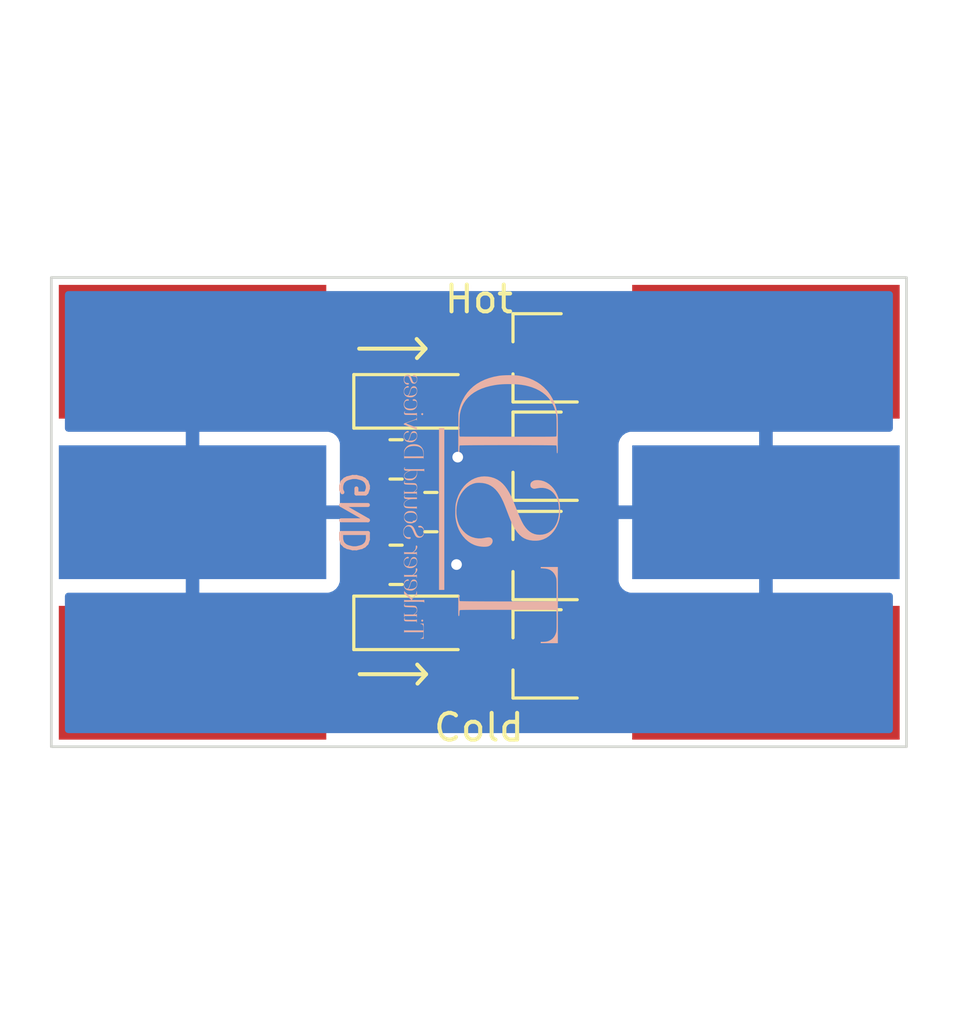
<source format=kicad_pcb>
(kicad_pcb (version 20211014) (generator pcbnew)
  (layers (0 "F.Cu" signal) (31 "B.Cu" signal) (34 "B.Paste" user) (35 "F.Paste" user) (36 "B.SilkS" user "B.Silkscreen") (37 "F.SilkS" user "F.Silkscreen") (38 "B.Mask" user) (39 "F.Mask" user) (44 "Edge.Cuts" user))
  (net 0 "")
  (net 1 "Net-(D1-Pad1)")
  (net 2 "GND")
  (net 3 "Net-(D2-Pad1)")
  (net 4 "Net-(J2-Pad2)")
  (net 5 "Net-(J2-Pad3)")
  (net 6 "Net-(Q1-Pad1)")
  (footprint "Resistor_SMD:R_0805_2012Metric" (layer "F.Cu") (at 133.99 106.09)
    (fp_text reference "56" hide)
    (fp_text value "56")
    (pad "1" smd roundrect locked (at -0.9125 0) (size 1.025 1.4) (layers "F.Cu" "F.Paste" "F.Mask") (roundrect_rratio 0.243902) (net 2 "GND"))
    (pad "2" smd roundrect locked (at 0.9125 0) (size 1.025 1.4) (layers "F.Cu" "F.Paste" "F.Mask") (roundrect_rratio 0.243902) (net 6 "Net-(Q1-Pad1)"))
  )
  (footprint "Resistor_SMD:R_0805_2012Metric" (layer "F.Cu") (at 132.688252 104.12)
    (fp_text reference "22K" hide)
    (fp_text value "22k")
    (pad "1" smd roundrect locked (at -0.9125 0) (size 1.025 1.4) (layers "F.Cu" "F.Paste" "F.Mask") (roundrect_rratio 0.243902) (net 1 "Net-(D1-Pad1)"))
    (pad "2" smd roundrect locked (at 0.9125 0) (size 1.025 1.4) (layers "F.Cu" "F.Paste" "F.Mask") (roundrect_rratio 0.243902) (net 2 "GND"))
  )
  (footprint "Package_TO_SOT_SMD:SC-59" (layer "F.Cu") (at 138.01 104 180)
    (fp_text reference "Q1" hide)
    (fp_text value "Q_NJFET_SDG")
    (pad "1" smd rect locked (at -1.2 -0.95 180) (size 0.9 0.8) (layers "F.Cu" "F.Paste" "F.Mask") (net 6 "Net-(Q1-Pad1)"))
    (pad "2" smd rect locked (at -1.2 0.95 180) (size 0.9 0.8) (layers "F.Cu" "F.Paste" "F.Mask") (net 4 "Net-(J2-Pad2)"))
    (pad "3" smd rect locked (at 1.2 0 180) (size 0.9 0.8) (layers "F.Cu" "F.Paste" "F.Mask") (net 1 "Net-(D1-Pad1)"))
  )
  (footprint "Package_TO_SOT_SMD:SC-59" (layer "F.Cu") (at 138.01 100.323334 180)
    (fp_text reference "Q3" hide)
    (fp_text value "Q_NJFET_SDG")
    (pad "1" smd rect locked (at -1.2 -0.95 180) (size 0.9 0.8) (layers "F.Cu" "F.Paste" "F.Mask") (net 6 "Net-(Q1-Pad1)"))
    (pad "2" smd rect locked (at -1.2 0.95 180) (size 0.9 0.8) (layers "F.Cu" "F.Paste" "F.Mask") (net 4 "Net-(J2-Pad2)"))
    (pad "3" smd rect locked (at 1.2 0 180) (size 0.9 0.8) (layers "F.Cu" "F.Paste" "F.Mask") (net 1 "Net-(D1-Pad1)"))
  )
  (footprint "Connector_Wire:SolderWirePad_1x01_SMD_5x10mm" (layer "F.Cu") (at 146.514844 112.095001 90)
    (fp_text reference "REF**" hide)
    (fp_text value "SolderWirePad_1x01_SMD_5x10mm")
    (pad "1" smd rect locked (at 0 0 90) (size 5 10) (layers "F.Cu" "F.Paste" "F.Mask") (net 5 "Net-(J2-Pad3)"))
  )
  (footprint "Resistor_SMD:R_0805_2012Metric" (layer "F.Cu") (at 132.688252 108.06 180)
    (fp_text reference "22K" hide)
    (fp_text value "22k")
    (pad "1" smd roundrect locked (at -0.9125 0 180) (size 1.025 1.4) (layers "F.Cu" "F.Paste" "F.Mask") (roundrect_rratio 0.243902) (net 2 "GND"))
    (pad "2" smd roundrect locked (at 0.9125 0 180) (size 1.025 1.4) (layers "F.Cu" "F.Paste" "F.Mask") (roundrect_rratio 0.243902) (net 3 "Net-(D2-Pad1)"))
  )
  (footprint "Connector_Wire:SolderWirePad_1x01_SMD_5x10mm" (layer "F.Cu") (at 125.08 100.095001 90)
    (fp_text reference "Hot" (at 1.965001 10.705 180) (layer "F.SilkS"))
    (fp_text value "SolderWirePad_1x01_SMD_5x10mm")
    (pad "1" smd rect locked (at 0 0 90) (size 5 10) (layers "F.Cu" "F.Paste" "F.Mask") (net 1 "Net-(D1-Pad1)"))
  )
  (footprint "Diode_SMD:D_SOD-123" (layer "F.Cu") (at 133.358252 110.23)
    (fp_text reference "D2" hide)
    (fp_text value "1N4148W")
    (pad "1" smd rect locked (at -1.65 0) (size 0.9 1.2) (layers "F.Cu" "F.Paste" "F.Mask") (net 3 "Net-(D2-Pad1)"))
    (pad "2" smd rect locked (at 1.65 0) (size 0.9 1.2) (layers "F.Cu" "F.Paste" "F.Mask") (net 2 "GND"))
  )
  (footprint "Connector_Wire:SolderWirePad_1x01_SMD_5x10mm" (layer "F.Cu") (at 125.08 112.095001 90)
    (fp_text reference "Cold" (at -2.044999 10.705 180) (layer "F.SilkS"))
    (fp_text value "SolderWirePad_1x01_SMD_5x10mm")
    (pad "1" smd rect locked (at 0 0 90) (size 5 10) (layers "F.Cu" "F.Paste" "F.Mask") (net 3 "Net-(D2-Pad1)"))
  )
  (footprint "Diode_SMD:D_SOD-123" (layer "F.Cu") (at 133.358252 101.95)
    (fp_text reference "D1" hide)
    (fp_text value "1N4148W")
    (pad "1" smd rect locked (at -1.65 0) (size 0.9 1.2) (layers "F.Cu" "F.Paste" "F.Mask") (net 1 "Net-(D1-Pad1)"))
    (pad "2" smd rect locked (at 1.65 0) (size 0.9 1.2) (layers "F.Cu" "F.Paste" "F.Mask") (net 2 "GND"))
  )
  (footprint "Package_TO_SOT_SMD:SC-59" (layer "F.Cu") (at 138.01 107.713334 180)
    (fp_text reference "Q4" hide)
    (fp_text value "Q_NJFET_SDG")
    (pad "1" smd rect locked (at -1.2 -0.95 180) (size 0.9 0.8) (layers "F.Cu" "F.Paste" "F.Mask") (net 5 "Net-(J2-Pad3)"))
    (pad "2" smd rect locked (at -1.2 0.95 180) (size 0.9 0.8) (layers "F.Cu" "F.Paste" "F.Mask") (net 6 "Net-(Q1-Pad1)"))
    (pad "3" smd rect locked (at 1.2 0 180) (size 0.9 0.8) (layers "F.Cu" "F.Paste" "F.Mask") (net 3 "Net-(D2-Pad1)"))
  )
  (footprint "Connector_Wire:SolderWirePad_1x01_SMD_5x10mm" (layer "F.Cu") (at 146.514844 100.095001 90)
    (fp_text reference "REF**" hide)
    (fp_text value "SolderWirePad_1x01_SMD_5x10mm")
    (pad "1" smd rect locked (at 0 0 90) (size 5 10) (layers "F.Cu" "F.Paste" "F.Mask") (net 4 "Net-(J2-Pad2)"))
  )
  (footprint "Package_TO_SOT_SMD:SC-59" (layer "F.Cu") (at 138.01 111.390002 180)
    (fp_text reference "Q2" hide)
    (fp_text value "Q_NJFET_SDG")
    (pad "1" smd rect locked (at -1.2 -0.95 180) (size 0.9 0.8) (layers "F.Cu" "F.Paste" "F.Mask") (net 5 "Net-(J2-Pad3)"))
    (pad "2" smd rect locked (at -1.2 0.95 180) (size 0.9 0.8) (layers "F.Cu" "F.Paste" "F.Mask") (net 6 "Net-(Q1-Pad1)"))
    (pad "3" smd rect locked (at 1.2 0 180) (size 0.9 0.8) (layers "F.Cu" "F.Paste" "F.Mask") (net 3 "Net-(D2-Pad1)"))
  )
  (footprint "Connector_Wire:SolderWirePad_1x01_SMD_5x10mm" (layer "B.Cu") (at 146.514844 106.095001 90)
    (fp_text reference "REF**" hide)
    (fp_text value "SolderWirePad_1x01_SMD_5x10mm")
    (pad "1" smd rect locked (at 0 0 90) (size 5 10) (layers "B.Cu" "B.Paste" "B.Mask") (net 2 "GND"))
  )
  (footprint "Custom Library:Logo_15mm" (layer "B.Cu") (at 135.48 105.88 90)
    (fp_text reference "G***" hide)
    (fp_text value "LOGO" hide)
  )
  (footprint "Connector_Wire:SolderWirePad_1x01_SMD_5x10mm" (layer "B.Cu") (at 125.08 106.095001 90)
    (fp_text reference "GND" (at -0.014999 6.1 90) (layer "B.SilkS") (effects (justify mirror)))
    (fp_text value "SolderWirePad_1x01_SMD_5x10mm")
    (pad "1" smd rect locked (at 0 0 90) (size 5 10) (layers "B.Cu" "B.Paste" "B.Mask") (net 2 "GND"))
  )
  (gr_line (start 133.81 112.15) (end 133.49 112.5) (layer "F.SilkS") (width 0.15))
  (gr_line (start 131.31 99.98) (end 133.79 99.98) (layer "F.SilkS") (width 0.15))
  (gr_line (start 131.33 112.15) (end 133.81 112.15) (layer "F.SilkS") (width 0.15))
  (gr_line (start 133.79 99.98) (end 133.47 100.33) (layer "F.SilkS") (width 0.15))
  (gr_line (start 133.48 111.79) (end 133.81 112.15) (layer "F.SilkS") (width 0.15))
  (gr_line (start 133.46 99.62) (end 133.79 99.98) (layer "F.SilkS") (width 0.15))
  (gr_rect (start 151.77 114.86) (end 119.8 97.32) (layer "Edge.Cuts") (width 0.1) (fill none))
  (segment (start 125.304999 100.32) (end 125.08 100.095001) (width 0.5) (layer "F.Cu") (net 1))
  (segment (start 131.71317 100.323334) (end 131.708252 100.328252) (width 0.5) (layer "F.Cu") (net 1))
  (segment (start 131.708252 104.0525) (end 131.775752 104.12) (width 0.5) (layer "F.Cu") (net 1))
  (segment (start 131.708252 101.95) (end 131.708252 104.0525) (width 0.5) (layer "F.Cu") (net 1))
  (segment (start 131.709836 100.32) (end 125.304999 100.32) (width 0.5) (layer "F.Cu") (net 1))
  (segment (start 131.71317 100.323334) (end 131.709836 100.32) (width 0.5) (layer "F.Cu") (net 1))
  (segment (start 129.364999 100.095001) (end 125.08 100.095001) (width 0.5) (layer "F.Cu") (net 1))
  (segment (start 131.708252 101.95) (end 131.708252 100.328252) (width 0.5) (layer "F.Cu") (net 1))
  (segment (start 136.81 100.323334) (end 136.81 101.94) (width 0.5) (layer "F.Cu") (net 1))
  (segment (start 136.81 100.323334) (end 131.71317 100.323334) (width 0.5) (layer "F.Cu") (net 1))
  (segment (start 136.81 101.94) (end 136.81 104) (width 0.5) (layer "F.Cu") (net 1))
  (segment (start 134.993252 104.035) (end 134.908252 104.12) (width 0.5) (layer "F.Cu") (net 2))
  (segment (start 133.0775 107.536748) (end 133.600752 108.06) (width 0.5) (layer "F.Cu") (net 2))
  (segment (start 134.938252 108.06) (end 134.948252 108.05) (width 0.5) (layer "F.Cu") (net 2))
  (segment (start 133.600752 108.06) (end 134.938252 108.06) (width 0.5) (layer "F.Cu") (net 2))
  (segment (start 133.0775 106.09) (end 133.0775 107.536748) (width 0.5) (layer "F.Cu") (net 2))
  (segment (start 133.0775 104.643252) (end 133.600752 104.12) (width 0.5) (layer "F.Cu") (net 2))
  (segment (start 135.008252 101.95) (end 135.008252 104.02) (width 0.5) (layer "F.Cu") (net 2))
  (segment (start 135.008252 108.11) (end 135.008252 110.23) (width 0.5) (layer "F.Cu") (net 2))
  (segment (start 133.0775 106.09) (end 133.0775 104.643252) (width 0.5) (layer "F.Cu") (net 2))
  (segment (start 134.908252 104.12) (end 133.600752 104.12) (width 0.5) (layer "F.Cu") (net 2))
  (segment (start 134.948252 108.05) (end 135.008252 108.11) (width 0.5) (layer "F.Cu") (net 2))
  (segment (start 135.008252 104.02) (end 134.993252 104.035) (width 0.5) (layer "F.Cu") (net 2))
  (via (at 134.993252 104.035) (size 0.8) (drill 0.4) (layers "F.Cu" "B.Cu") (net 2))
  (via (at 134.948252 108.05) (size 0.8) (drill 0.4) (layers "F.Cu" "B.Cu") (net 2))
  (segment (start 131.810002 111.390002) (end 131.81 111.39) (width 0.5) (layer "F.Cu") (net 3))
  (segment (start 129.215001 112.095001) (end 125.08 112.095001) (width 0.5) (layer "F.Cu") (net 3))
  (segment (start 131.810002 111.390002) (end 131.708252 111.288252) (width 0.5) (layer "F.Cu") (net 3))
  (segment (start 136.81 111.390002) (end 136.81 109.643334) (width 0.5) (layer "F.Cu") (net 3))
  (segment (start 125.785001 111.39) (end 125.08 112.095001) (width 0.5) (layer "F.Cu") (net 3))
  (segment (start 126.945001 110.23) (end 125.08 112.095001) (width 0.5) (layer "F.Cu") (net 3))
  (segment (start 131.708252 110.23) (end 131.708252 111.288252) (width 0.5) (layer "F.Cu") (net 3))
  (segment (start 136.81 111.390002) (end 131.810002 111.390002) (width 0.5) (layer "F.Cu") (net 3))
  (segment (start 131.775752 108.06) (end 131.775752 110.1625) (width 0.5) (layer "F.Cu") (net 3))
  (segment (start 131.81 111.39) (end 125.785001 111.39) (width 0.5) (layer "F.Cu") (net 3))
  (segment (start 136.81 109.643334) (end 136.81 107.713334) (width 0.5) (layer "F.Cu") (net 3))
  (segment (start 131.775752 110.1625) (end 131.708252 110.23) (width 0.5) (layer "F.Cu") (net 3))
  (segment (start 140.44 102.98) (end 140.44 99.51) (width 0.5) (layer "F.Cu") (net 4))
  (segment (start 145.793177 99.373334) (end 146.514844 100.095001) (width 0.5) (layer "F.Cu") (net 4))
  (segment (start 140.44 99.51) (end 140.303334 99.373334) (width 0.5) (layer "F.Cu") (net 4))
  (segment (start 139.21 99.373334) (end 140.303334 99.373334) (width 0.5) (layer "F.Cu") (net 4))
  (segment (start 140.37 103.05) (end 140.44 102.98) (width 0.5) (layer "F.Cu") (net 4))
  (segment (start 139.21 103.05) (end 140.37 103.05) (width 0.5) (layer "F.Cu") (net 4))
  (segment (start 140.303334 99.373334) (end 145.793177 99.373334) (width 0.5) (layer "F.Cu") (net 4))
  (segment (start 140.486666 108.663334) (end 140.49 108.66) (width 0.5) (layer "F.Cu") (net 5))
  (segment (start 140.49 112.23) (end 140.379998 112.340002) (width 0.5) (layer "F.Cu") (net 5))
  (segment (start 140.49 108.66) (end 140.49 112.23) (width 0.5) (layer "F.Cu") (net 5))
  (segment (start 139.21 112.340002) (end 140.379998 112.340002) (width 0.5) (layer "F.Cu") (net 5))
  (segment (start 140.379998 112.340002) (end 146.269843 112.340002) (width 0.5) (layer "F.Cu") (net 5))
  (segment (start 139.21 108.663334) (end 140.486666 108.663334) (width 0.5) (layer "F.Cu") (net 5))
  (segment (start 146.269843 112.340002) (end 146.514844 112.095001) (width 0.5) (layer "F.Cu") (net 5))
  (segment (start 138.08 106.09) (end 138.13 106.04) (width 0.5) (layer "F.Cu") (net 6))
  (segment (start 138.280002 110.440002) (end 139.21 110.440002) (width 0.5) (layer "F.Cu") (net 6))
  (segment (start 139.21 101.273334) (end 138.216666 101.273334) (width 0.5) (layer "F.Cu") (net 6))
  (segment (start 138.13 106.85) (end 138.13 110.29) (width 0.5) (layer "F.Cu") (net 6))
  (segment (start 139.21 106.763334) (end 138.216666 106.763334) (width 0.5) (layer "F.Cu") (net 6))
  (segment (start 138.216666 106.763334) (end 138.13 106.85) (width 0.5) (layer "F.Cu") (net 6))
  (segment (start 138.13 106.04) (end 138.13 106.85) (width 0.5) (layer "F.Cu") (net 6))
  (segment (start 134.9025 106.09) (end 138.08 106.09) (width 0.5) (layer "F.Cu") (net 6))
  (segment (start 138.13 101.36) (end 138.13 105.13) (width 0.5) (layer "F.Cu") (net 6))
  (segment (start 138.216666 101.273334) (end 138.13 101.36) (width 0.5) (layer "F.Cu") (net 6))
  (segment (start 138.13 110.29) (end 138.280002 110.440002) (width 0.5) (layer "F.Cu") (net 6))
  (segment (start 138.13 105.13) (end 138.13 106.04) (width 0.5) (layer "F.Cu") (net 6))
  (segment (start 139.21 104.95) (end 138.31 104.95) (width 0.5) (layer "F.Cu") (net 6))
  (segment (start 138.31 104.95) (end 138.13 105.13) (width 0.5) (layer "F.Cu") (net 6))
  (zone (net 2) (net_name "GND") (layer "B.Cu") (connect_pads (clearance 0.508)) (min_thickness 0.254) (fill yes (thermal_gap 0.508) (thermal_bridge_width 0.508))
    (polygon (pts (xy 152.41 115.16) (xy 119.65 115.16) (xy 119.65 97.16) (xy 152.41 97.16)))
  )
)
</source>
